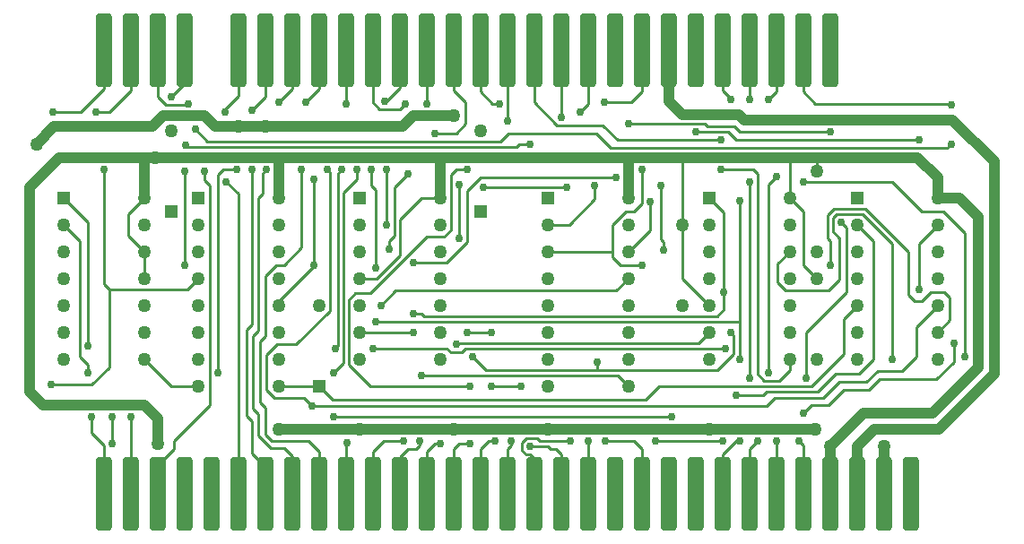
<source format=gtl>
G04*
G04  File:            NEMOBUSTODIVIDE-V1.1.2.GTL, Wed Sep 17 23:25:12 2025*
G04  Source:          P-CAD 2006 PCB, Version 19.02.958, (D:\PCAD-2006\Projects\Pentagon-4096\Hardware\NemoBusToDivIDE-v1.1.2.PCB)*
G04  Format:          Gerber Format (RS-274-D), ASCII*
G04*
G04  Format Options:  Absolute Positioning*
G04                   Leading-Zero Suppression*
G04                   Scale Factor 1:1*
G04                   NO Circular Interpolation*
G04                   Inch Units*
G04                   Numeric Format: 4.4 (XXXX.XXXX)*
G04                   G54 NOT Used for Aperture Change*
G04                   Apertures Embedded*
G04*
G04  File Options:    Offset = (0.0mil,0.0mil)*
G04                   Drill Symbol Size = 80.0mil*
G04                   No Pad/Via Holes*
G04*
G04  File Contents:   Pads*
G04                   Vias*
G04                   No Designators*
G04                   No Types*
G04                   No Values*
G04                   No Drill Symbols*
G04                   Top*
G04*
%INNEMOBUSTODIVIDE-V1.1.2.GTL*%
%ICAS*%
%MOIN*%
G04*
G04  Aperture MACROs for general use --- invoked via D-code assignment *
G04*
G04  General MACRO for flashed round with rotation and/or offset hole *
%AMROTOFFROUND*
1,1,$1,0.0000,0.0000*
1,0,$2,$3,$4*%
G04*
G04  General MACRO for flashed oval (obround) with rotation and/or offset hole *
%AMROTOFFOVAL*
21,1,$1,$2,0.0000,0.0000,$3*
1,1,$4,$5,$6*
1,1,$4,0-$5,0-$6*
1,0,$7,$8,$9*%
G04*
G04  General MACRO for flashed oval (obround) with rotation and no hole *
%AMROTOVALNOHOLE*
21,1,$1,$2,0.0000,0.0000,$3*
1,1,$4,$5,$6*
1,1,$4,0-$5,0-$6*%
G04*
G04  General MACRO for flashed rectangle with rotation and/or offset hole *
%AMROTOFFRECT*
21,1,$1,$2,0.0000,0.0000,$3*
1,0,$4,$5,$6*%
G04*
G04  General MACRO for flashed rectangle with rotation and no hole *
%AMROTRECTNOHOLE*
21,1,$1,$2,0.0000,0.0000,$3*%
G04*
G04  General MACRO for flashed rounded-rectangle *
%AMROUNDRECT*
21,1,$1,$2-$4,0.0000,0.0000,$3*
21,1,$1-$4,$2,0.0000,0.0000,$3*
1,1,$4,$5,$6*
1,1,$4,$7,$8*
1,1,$4,0-$5,0-$6*
1,1,$4,0-$7,0-$8*
1,0,$9,$10,$11*%
G04*
G04  General MACRO for flashed rounded-rectangle with rotation and no hole *
%AMROUNDRECTNOHOLE*
21,1,$1,$2-$4,0.0000,0.0000,$3*
21,1,$1-$4,$2,0.0000,0.0000,$3*
1,1,$4,$5,$6*
1,1,$4,$7,$8*
1,1,$4,0-$5,0-$6*
1,1,$4,0-$7,0-$8*%
G04*
G04  General MACRO for flashed regular polygon *
%AMREGPOLY*
5,1,$1,0.0000,0.0000,$2,$3+$4*
1,0,$5,$6,$7*%
G04*
G04  General MACRO for flashed regular polygon with no hole *
%AMREGPOLYNOHOLE*
5,1,$1,0.0000,0.0000,$2,$3+$4*%
G04*
G04  General MACRO for target *
%AMTARGET*
6,0,0,$1,$2,$3,4,$4,$5,$6*%
G04*
G04  General MACRO for mounting hole *
%AMMTHOLE*
1,1,$1,0,0*
1,0,$2,0,0*
$1=$1-$2*
$1=$1/2*
21,1,$2+$1,$3,0,0,$4*
21,1,$3,$2+$1,0,0,$4*%
G04*
G04*
G04  D10 : "Ellipse X10.0mil Y10.0mil H0.0mil 0.0deg (0.0mil,0.0mil) Draw"*
G04  Disc: OuterDia=0.0100*
%ADD10C, 0.0100*%
G04  D11 : "Ellipse X30.7mil Y30.7mil H0.0mil 0.0deg (0.0mil,0.0mil) Draw"*
G04  Disc: OuterDia=0.0307*
%ADD11C, 0.0307*%
G04  D12 : "Ellipse X40.0mil Y40.0mil H0.0mil 0.0deg (0.0mil,0.0mil) Draw"*
G04  Disc: OuterDia=0.0400*
%ADD12C, 0.0400*%
G04  D13 : "Ellipse X5.0mil Y5.0mil H0.0mil 0.0deg (0.0mil,0.0mil) Draw"*
G04  Disc: OuterDia=0.0050*
%ADD13C, 0.0050*%
G04  D14 : "Ellipse X6.0mil Y6.0mil H0.0mil 0.0deg (0.0mil,0.0mil) Draw"*
G04  Disc: OuterDia=0.0060*
%ADD14C, 0.0060*%
G04  D15 : "Ellipse X7.0mil Y7.0mil H0.0mil 0.0deg (0.0mil,0.0mil) Draw"*
G04  Disc: OuterDia=0.0070*
%ADD15C, 0.0070*%
G04  D16 : "Ellipse X9.8mil Y9.8mil H0.0mil 0.0deg (0.0mil,0.0mil) Draw"*
G04  Disc: OuterDia=0.0098*
%ADD16C, 0.0098*%
G04  D17 : "Ellipse X133.0mil Y133.0mil H0.0mil 0.0deg (0.0mil,0.0mil) Flash"*
G04  Disc: OuterDia=0.1330*
%ADD17C, 0.1330*%
G04  D18 : "Ellipse X50.0mil Y50.0mil H0.0mil 0.0deg (0.0mil,0.0mil) Flash"*
G04  Disc: OuterDia=0.0500*
%ADD18C, 0.0500*%
G04  D19 : "Ellipse X65.0mil Y65.0mil H0.0mil 0.0deg (0.0mil,0.0mil) Flash"*
G04  Disc: OuterDia=0.0650*
%ADD19C, 0.0650*%
G04  D20 : "Mounting Hole X118.0mil Y118.0mil H0.0mil 0.0deg (0.0mil,0.0mil) Flash"*
G04  Mounting Hole: Diameter=0.1180, Rotation=0.0, LineWidth=0.0050 *
%ADD20MTHOLE, 0.1180 X0.0980 X0.0050 X0.0*%
G04  D21 : "Rounded Rectangle X61.5mil Y275.6mil H0.0mil 0.0deg (0.0mil,0.0mil) Flash"*
G04  RoundRct: DimX=0.0615, DimY=0.2756, CornerRad=0.0154, Rotation=0.0, OffsetX=0.0000, OffsetY=0.0000, HoleDia=0.0000 *
%ADD21ROUNDRECTNOHOLE, 0.0615 X0.2756 X0.0 X0.0308 X-0.0154 X-0.1224 X-0.0154 X0.1224*%
G04  D22 : "Rounded Rectangle X76.5mil Y290.6mil H0.0mil 0.0deg (0.0mil,0.0mil) Flash"*
G04  RoundRct: DimX=0.0765, DimY=0.2906, CornerRad=0.0191, Rotation=0.0, OffsetX=0.0000, OffsetY=0.0000, HoleDia=0.0000 *
%ADD22ROUNDRECTNOHOLE, 0.0765 X0.2906 X0.0 X0.0382 X-0.0191 X-0.1262 X-0.0191 X0.1262*%
G04  D23 : "Rectangle X50.0mil Y50.0mil H0.0mil 0.0deg (0.0mil,0.0mil) Flash"*
G04  Square: Side=0.0500, Rotation=0.0, OffsetX=0.0000, OffsetY=0.0000, HoleDia=0.0000*
%ADD23R, 0.0500 X0.0500*%
G04  D24 : "Rectangle X65.0mil Y65.0mil H0.0mil 0.0deg (0.0mil,0.0mil) Flash"*
G04  Square: Side=0.0650, Rotation=0.0, OffsetX=0.0000, OffsetY=0.0000, HoleDia=0.0000*
%ADD24R, 0.0650 X0.0650*%
G04  D25 : "Ellipse X30.0mil Y30.0mil H0.0mil 0.0deg (0.0mil,0.0mil) Flash"*
G04  Disc: OuterDia=0.0300*
%ADD25C, 0.0300*%
G04  D26 : "Ellipse X45.0mil Y45.0mil H0.0mil 0.0deg (0.0mil,0.0mil) Flash"*
G04  Disc: OuterDia=0.0450*
%ADD26C, 0.0450*%
G04*
%FSLAX44Y44*%
%SFA1B1*%
%OFA0.0000B0.0000*%
G04*
G70*
G90*
G01*
D2*
%LNTop*%
D12*
X50150Y52150*
X49500Y51500D1*
D2*
D10*
X52300Y41350*
Y40350D1*
X51550Y40750D2*
Y41350D1*
Y40750D2*
X52000Y40300D1*
X51100Y43600D2*
X51400Y43300D1*
Y43000*
X52200Y43200D2*
X51550Y42550D1*
X53500Y47500D2*
Y46500D1*
X52200Y46100D2*
X52000Y46300D1*
X52900Y48900D2*
Y48100D1*
X53500Y49500D2*
X52900Y48900D1*
X51150Y52700D2*
X52000Y53550D1*
X51700Y52700D2*
X52200D1*
X53000Y53500*
X55950Y41800D2*
X54600Y40450D1*
Y40150*
X54500Y42500D2*
X55500D1*
X55100Y46100D2*
X55500Y46500D1*
X55750Y50150D2*
X55950Y49950D1*
X55750Y50500D2*
Y50150D1*
X56450Y50550D2*
X56250Y50350D1*
X55850Y51600D2*
X55400Y52050D1*
X55100Y51400D2*
X55050Y51450D1*
X55100Y52950D2*
X55150Y53000D1*
X55100Y52950D2*
X54300D1*
X55000Y53750D2*
X54500Y53250D1*
D2*
D12*
X55750Y52550*
X56150Y52150D1*
X54200Y52550D2*
X55750D1*
D2*
D10*
X56500Y52700*
Y52800D1*
X57300Y41400D2*
X57500Y41200D1*
X57750Y41450D2*
Y40650D1*
X57550Y41650D2*
X57750Y41450D1*
X58000Y41700D2*
Y40700D1*
X57800Y41900D2*
X58000Y41700D1*
X57500Y41200D2*
Y40000D1*
X58000Y39500*
Y40700D2*
X58250Y40450D1*
X59600*
X58700Y40200D2*
X59000Y39900D1*
X57750Y40650D2*
X58200Y40200D1*
X58700*
X58450Y44050D2*
X59150D1*
X58050Y43650D2*
X58450Y44050D1*
X58050Y42350D2*
Y43650D1*
X58350Y42050D2*
X58050Y42350D1*
X57500Y44800D2*
X57300Y44600D1*
X57750Y44550D2*
X57550Y44350D1*
X58000D2*
X57800Y44150D1*
X59450Y42050D2*
X58350D1*
X58400Y47000D2*
X58000Y46600D1*
X58700Y47000D2*
X58400D1*
X59350Y47650D2*
X58700Y47000D1*
X58500Y45650D2*
Y45500D1*
X59800Y46950D2*
X58500Y45650D1*
X59800Y46950D2*
Y47000D1*
X57900Y49650D2*
X57750Y49500D1*
X58050Y50550D2*
X57900Y50400D1*
Y49650*
X59000Y53550D2*
X58500Y53050D1*
X58000Y53250D2*
X57500Y52750D1*
X61000Y40300D2*
X61050Y40400D1*
X62400Y40450D2*
X62000Y40050D1*
X60700Y44000D2*
X60600Y43900D1*
X61100Y43300D2*
X61900Y42500D1*
X60550Y43000D2*
X60900Y43350D1*
X62150Y46500D2*
X61500D1*
X62600Y47900D2*
Y47600D1*
X61350Y45950D2*
X61100Y45700D1*
X61900Y45950D2*
X61350D1*
X62300Y45500D2*
X62850Y46050D1*
X61400Y50200D2*
Y50550D1*
X60900Y49700D2*
X61400Y50200D1*
X62800Y49900D2*
Y48100D1*
X62500Y48500D2*
Y50550D1*
X61950D2*
Y49950D1*
X60400Y50450D2*
X60300Y50550D1*
X60850D2*
X60700Y50400D1*
X61950Y49950D2*
X62100Y49800D1*
X62250Y52800D2*
X62000Y53050D1*
X62500Y53100D2*
X62450D1*
X63750Y40300D2*
Y40450D1*
X63600Y40150D2*
X63300D1*
X63750Y40300D2*
X63600Y40150D1*
X64500Y40350D2*
X64300D1*
X64000Y40050*
X65600Y40350D2*
X65200D1*
X65000Y40150*
X65200Y44100D2*
X65100Y44050D1*
X64900Y43750D2*
X64750Y43900D1*
X65300Y43750D2*
X64900D1*
X65450Y43900D2*
X65300Y43750D1*
X64750Y47100D2*
X63500D1*
X65500Y47850D2*
X64750Y47100D1*
X63800Y45200D2*
X63500D1*
X63900Y45100D2*
X63800Y45200D1*
X64500Y49500D2*
X63800D1*
X64650Y48050D2*
X64000D1*
X64900Y48300D2*
X64650Y48050D1*
X64900Y50350D2*
Y48300D1*
X65100Y50550D2*
X64900Y50350D1*
X65500Y50550D2*
X65100D1*
D2*
D12*
X64800Y52550*
X65000D1*
D2*
D10*
X65450Y53050*
X65000Y53500D1*
X65450Y52250D2*
Y53050D1*
X65100Y51900D2*
X65450Y52250D1*
D2*
D12*
X63500Y52550*
X64800D1*
D2*
D10*
X64300Y51900*
X65100D1*
X63200Y53000D2*
X63100Y52900D1*
X66550Y40450D2*
X66300D1*
X67150D2*
Y40300D1*
X67000Y40150*
X68200Y40450D2*
X68100Y40550D1*
X67850Y40250D2*
X68500D1*
X68600Y40150*
X68800*
X67700Y40550D2*
X67550Y40400D1*
Y40100*
X67700Y39950*
X68100Y40550D2*
X67700D1*
Y39950D2*
X67850D1*
X68000Y39800*
X67500Y42500D2*
X66400D1*
X67450Y51500D2*
X67350Y51400D1*
X67850Y51500D2*
X67450D1*
X66450Y53000D2*
X66700D1*
X67050Y51900D2*
X66750Y51600D1*
X68850Y52200D2*
X68000Y53050D1*
X70650Y40450D2*
X71700D1*
X70350Y43400D2*
Y43100D1*
X71100Y42900D2*
X71500Y42500D1*
X71050Y46050D2*
X71500Y46500D1*
X71200Y47000D2*
X70900Y47300D1*
Y47500*
X70250Y49450D2*
Y49950D1*
Y49450D2*
X69300Y48500D1*
X70900D2*
X71400Y49000D1*
X71700*
X70850Y51350D2*
X70300Y51900D1*
X71100Y51650D2*
X70550Y52200D1*
X70000Y53000D2*
X69700Y52700D1*
X70600Y53050D2*
X71600D1*
X74100Y44100D2*
X74500Y44500D1*
X73500Y46500D2*
X74500Y45500D1*
X72800Y47850D2*
Y47550D1*
X72300Y48300D2*
Y49350D1*
X74450Y52150D2*
X74350Y52250D1*
D2*
D12*
X73000Y53100*
X73500Y52600D1*
D2*
D10*
X75500Y40450*
X75650D1*
X76300D2*
X76000Y40150D1*
X75650Y43500D2*
Y44900D1*
X76550Y42700D2*
X76300Y42950D1*
X77100Y42700D2*
X76550D1*
X77500Y43100D2*
X77100Y42700D1*
X77500Y43500D2*
Y43100D1*
X76500Y42150D2*
X75500D1*
X76650Y42300D2*
X76500Y42150D1*
X75300Y44500D2*
X75400Y44400D1*
Y43700*
X77050Y47050D2*
X77500Y47500D1*
X77050Y46350D2*
Y47050D1*
X77350Y46050D2*
X77050Y46350D1*
X75050Y46000D2*
Y45350D1*
X77000Y50300D2*
X76700Y50000D1*
X76300Y50400D2*
X76150Y50550D1*
X76700Y53150D2*
X77000Y53450D1*
X75300Y53150D2*
Y53200D1*
X75500Y51650D2*
X75200Y51950D1*
X75450Y52150D2*
X75650Y51950D1*
D2*
D12*
X75600Y52600*
X75800Y52400D1*
D2*
D10*
X78950Y41800*
X78300D1*
D2*
D12*
X80250Y41500*
X79000Y40250D1*
X80650Y40900D2*
X80000Y40250D1*
D2*
D10*
X78100Y42800*
Y44500D1*
X78300Y42500D2*
X79500Y43700D1*
X79225Y42975D2*
X78550Y42300D1*
X80075Y42975D2*
X79225D1*
X80600Y43500D2*
X80075Y42975D1*
X78750Y42050D2*
X79350Y42650D1*
X80350*
X80775Y43075*
X80450Y42350D2*
X79500D1*
X80850Y42750D2*
X80450Y42350D1*
X79350Y46450D2*
X78950Y46050D1*
X79000Y47000D2*
Y47900D1*
X79150Y49100D2*
X80300D1*
X78900Y48850D2*
X79150Y49100D1*
X79250Y48900D2*
X79100Y48750D1*
X80200Y48900D2*
X79250D1*
X79600Y48400D2*
X79400Y48600D1*
X79100Y48750D2*
Y48250D1*
X83600Y44100D2*
Y43400D1*
X82200Y43600D2*
Y44700D1*
X81675Y43075D2*
X82200Y43600D1*
X83600Y43400D2*
X82950Y42750D1*
X83000Y46500D2*
X82950Y46450D1*
X82300Y47800D2*
Y46100D1*
X82750Y46000D2*
X83250D1*
X82400Y45650D2*
X82750Y46000D1*
X83250D2*
X83450Y45800D1*
X81900Y45900D2*
X82150Y45650D1*
X81900Y47500D2*
Y45900D1*
X82150Y45650D2*
X82400D1*
X81300Y50100D2*
X82400Y49000D1*
X83200*
D2*
D12*
X83000Y49500*
Y50250D1*
D2*
D10*
X83350Y51350*
X83500Y51500D1*
X83450Y53000D2*
X83500Y52950D1*
D2*
D12*
X49750Y41800*
X49250Y42300D1*
Y49900D2*
X50350Y51000D1*
D2*
D10*
X52900Y48100*
X53500Y47500D1*
X51100Y47900D2*
Y43600D1*
X51400Y48600D2*
Y44000D1*
X52200Y46100D2*
Y43200D1*
X52000Y38500D2*
Y40300D1*
X53000Y38500D2*
Y41350D1*
X52000Y53550D2*
Y55000D1*
X53000D2*
Y53500D1*
X55000Y53750D2*
Y55000D1*
X57300Y44600D2*
Y41400D1*
X57550Y44350D2*
Y41650D1*
X57800Y44150D2*
Y41900D1*
X58000Y46600D2*
Y44350D1*
Y39500D2*
Y38500D1*
X59000Y39900D2*
Y38500D1*
X59750Y41750D2*
X59450Y42050D1*
X58000Y55000D2*
Y53250D1*
X59000Y55000D2*
Y53550D1*
X62800Y48100D2*
X62600Y47900D1*
X61100Y45700D2*
Y43300D1*
X61000Y38500D2*
Y40300D1*
X62000Y38500D2*
Y40050D1*
X61000Y55000D2*
Y53000D1*
X62000Y55000D2*
Y53050D1*
X64000Y38500D2*
Y40050D1*
X65000Y38500D2*
Y40150D1*
X64000Y55000D2*
Y53000D1*
X65000Y55000D2*
Y53500D1*
X68000Y39800D2*
Y38500D1*
X67000D2*
Y40150D1*
Y55000D2*
Y52350D1*
X68000Y55000D2*
Y53050D1*
X70900Y48500D2*
Y47500D1*
X70000Y38500D2*
Y40450D1*
Y55000D2*
Y53000D1*
X72700Y47950D2*
X72800Y47850D1*
X72150Y42000D2*
X72650Y42500D1*
X73500Y48500D2*
Y46500D1*
D2*
D12*
X73000Y55000*
Y53100D1*
D2*
D10*
X76650Y41750*
X76950Y42050D1*
X75050Y46000D2*
Y48950D1*
X75650Y49400D2*
Y44900D1*
X76000Y40150D2*
Y38500D1*
X77000D2*
Y40450D1*
X76000Y55000D2*
Y53150D1*
X77000Y55000D2*
Y53450D1*
D2*
D12*
X79000Y40250*
Y38500D1*
D2*
D10*
X79500Y45000*
X80000Y45500D1*
X80600Y47900D2*
Y43500D1*
X80000Y48500D2*
X80600Y47900D1*
X78100Y44500D2*
X79600Y46000D1*
Y48400*
X79100Y48250D2*
X79350Y48000D1*
Y46450*
X79000Y47900D2*
X78900Y48000D1*
Y48850*
X79500Y43700D2*
Y45000D1*
Y42350D2*
X78950Y41800D1*
D2*
D12*
X80000Y40250*
Y38500D1*
D2*
D10*
X78500Y51000*
Y50500D1*
X82200Y44700D2*
X83000Y45500D1*
X83450Y44950D2*
X83000Y44500D1*
X81300Y43500D2*
Y47800D1*
X83000Y48500D2*
X82300Y47800D1*
X83450Y45800D2*
Y44950D1*
D2*
D12*
X83000Y50250*
X82250Y51000D1*
X84500Y48800D2*
Y43200D1*
X49250Y42300D2*
Y49900D1*
X53500Y49500D2*
Y51000D1*
D2*
D10*
X52000Y46300*
Y50550D1*
X55950Y49950D2*
Y41800D1*
X56250Y50350D2*
Y43000D1*
X55000Y50500D2*
Y47000D1*
D2*
D12*
X58500Y51000*
Y49500D1*
D2*
D10*
X57500Y50550*
Y44800D1*
X57750Y49500D2*
Y44550D1*
X59350Y50550D2*
Y47650D1*
X59800Y47000D2*
Y50200D1*
X60900Y43350D2*
Y49700D1*
X60400Y45300D2*
Y50450D1*
X60700Y50400D2*
Y44000D1*
X62100Y49800D2*
Y46900D1*
D2*
D12*
X64500Y49500*
Y51000D1*
D2*
D10*
X65500Y49750*
Y47850D1*
X65200Y48000D2*
Y50000D1*
D2*
D12*
X71500Y51000*
Y49500D1*
D2*
D10*
X72700Y49950*
Y47950D1*
X73500Y48500D2*
Y51000D1*
X77500Y49500D2*
Y51000D1*
X76700Y50000D2*
Y43000D1*
X76300Y42950D2*
Y50400D1*
X76000Y50100D2*
Y42800D1*
D2*
D12*
X85100Y50850*
Y42950D1*
D2*
D10*
X54600Y40150*
X54000Y39550D1*
X59600Y40450D2*
X60000Y40050D1*
D2*
D12*
X54000Y40350*
Y41300D1*
D2*
D10*
X53500Y43500*
X54500Y42500D1*
X60000D2*
X58500D1*
X51550Y42550D2*
X50050D1*
X52200Y46100D2*
X55100D1*
X50500Y49500D2*
X51400Y48600D1*
X56950Y50550D2*
X56450D1*
X56550Y50100D2*
X57000Y49650D1*
X54300Y52950D2*
X54000Y53250D1*
X59500Y53050D2*
X60000Y53550D1*
D2*
D12*
X53800Y52150*
X54200Y52550D1*
X56150Y52150D2*
X57000D1*
D2*
D10*
X56500Y52800*
X57000Y53300D1*
D2*
D12*
X58000Y52150*
X57000D1*
X50150D2*
X53800D1*
D2*
D10*
X50100Y52700*
X51150D1*
X63150Y40450D2*
X62400D1*
X63300Y40150D2*
X63000Y39850D1*
D2*
D12*
X65000Y40900*
X68500D1*
D2*
D10*
X66300Y40450*
X66000Y40150D1*
X69350Y40450D2*
X68200D1*
X68800Y40150D2*
X69000Y39950D1*
X71700Y40450D2*
X72000Y40150D1*
X66200Y43100D2*
X70350D1*
X65700Y43600D2*
X66200Y43100D1*
X61900Y42500D2*
X65600D1*
X63800Y42900D2*
X71100D1*
X66400Y44500D2*
X65500D1*
X64750Y43900D2*
X62000D1*
X63000Y47350D2*
X62150Y46500D1*
X70900Y47500D2*
X68500D1*
X62850Y46050D2*
X71050D1*
X71200Y47000D2*
X72000D1*
X63800Y49500D2*
X63000Y48700D1*
X69300Y48500D2*
X68500D1*
X66000Y50250D2*
X65500Y49750D1*
X71050Y50250D2*
X66000D1*
X63300Y50400D2*
X62800Y49900D1*
X72000Y49300D2*
Y50550D1*
X71700Y49000D2*
X72000Y49300D1*
X66100Y49900D2*
X69200D1*
X66450Y53000D2*
X66000Y53450D1*
X70300Y51900D2*
X67050D1*
X70550Y52200D2*
X68850D1*
X71600Y53050D2*
X72000Y53450D1*
D2*
D12*
X63100Y52150*
X63500Y52550D1*
D2*
D10*
X63100Y52900*
X63000Y52800D1*
X62250*
X62500Y53100D2*
X63000Y53600D1*
X78300Y41800D2*
X78000Y41500D1*
D2*
D12*
X74500Y40900*
X78450D1*
D2*
D10*
X75500Y40450*
X75000Y39950D1*
X78000Y40300D2*
X77850Y40450D1*
D2*
D12*
X82800Y41500*
X80250D1*
X83050Y40900D2*
X80650D1*
X81000Y40250D2*
Y39724D1*
D2*
D10*
X75400Y43700*
X74800Y43100D1*
X80775Y43075D2*
X81675D1*
X82950Y42750D2*
X80850D1*
X78550Y42300D2*
X76650D1*
X76950Y42050D2*
X78750D1*
X84000Y43700D2*
Y43600D1*
X78000Y47000D2*
X78500Y46500D1*
X75050Y45350D2*
X74800Y45100D1*
X78950Y46050D2*
X77350D1*
X77500Y49500D2*
X78000Y49000D1*
Y50100D2*
X81300D1*
X75050Y48950D2*
X74500Y49500D1*
X76150Y50550D2*
X74950D1*
X83200Y49000D2*
X84000Y48200D1*
D2*
D12*
X83800Y49500*
X84500Y48800D1*
X83000Y49500D2*
X83800D1*
D2*
D10*
X75300Y53200*
X75000Y53500D1*
X78450Y53000D2*
X78000Y53450D1*
X75200Y51950D2*
X74000D1*
X82300Y51650D2*
X75500D1*
X75650Y51950D2*
X79000D1*
X75450Y52150D2*
X74450D1*
X83450Y53000D2*
X78450D1*
D2*
D12*
X75800Y52400*
X83550D1*
D2*
D10*
X59150Y44050*
X60400Y45300D1*
X50500Y48500D2*
X51100Y47900D1*
X60000Y42500D2*
X60500Y42000D1*
X54000Y39550D2*
Y38500D1*
D2*
D12*
X53500Y41800*
X49750D1*
X54000Y41300D2*
X53500Y41800D1*
D2*
D10*
X60000Y38500*
Y40050D1*
D2*
D12*
X53900Y51000*
X53500D1*
X53950D2*
X58500D1*
X53900D2*
X53950D1*
X50350D2*
X53500D1*
D2*
D10*
X54000Y55000*
Y53250D1*
X57000Y55000D2*
Y53300D1*
X60000Y55000D2*
Y53550D1*
X63000Y48700D2*
Y47350D1*
X71500Y47500D2*
X72300Y48300D1*
X64000Y48050D2*
X61900Y45950D1*
X63000Y39850D2*
Y38500D1*
X69000Y39950D2*
Y38500D1*
X66000D2*
Y40150D1*
X72000Y38500D2*
Y40150D1*
D2*
D12*
X71500Y51000*
X64500D1*
D2*
D10*
X63000Y55000*
Y53600D1*
X66000Y55000D2*
Y53450D1*
X69000Y55000D2*
Y52500D1*
X72000Y55000D2*
Y53450D1*
X78000Y49000D2*
Y47000D1*
X80300Y49100D2*
X81900Y47500D1*
X81300Y47800D2*
X80200Y48900D1*
X84000Y48200D2*
Y43700D1*
D2*
D12*
X84500Y43200*
X82800Y41500D1*
X85100Y42950D2*
X83050Y40900D1*
D2*
D10*
X75000Y38500*
Y39950D1*
X78000Y38500D2*
Y40300D1*
D2*
D12*
X81000Y39724*
Y38500D1*
X77500Y51000D2*
X78500D1*
X82250D2*
X78500D1*
X83550Y52400D2*
X85100Y50850D1*
D2*
D10*
X75000Y55000*
Y53500D1*
X78000Y55000D2*
Y53450D1*
X57000Y49650D2*
Y38500D1*
X59750Y41750D2*
X76650D1*
X60550Y41350D2*
X73100D1*
D2*
D12*
X58500Y40900*
X61500D1*
X65000*
X68500D2*
X74500D1*
D2*
D10*
X72500Y40450*
X75000D1*
X63500Y44500D2*
X61500D1*
X62100Y44900D2*
X75650D1*
X65450Y43900D2*
X75100D1*
X74800Y43100D2*
X70350D1*
X72650Y42500D2*
X78300D1*
X65200Y44100D2*
X74100D1*
X74800Y45100D2*
X63900D1*
X66750Y51600D2*
X55850D1*
X74950Y51650D2*
X71100D1*
X74350Y52250D2*
X71500D1*
D2*
D12*
X63100Y52150*
X58000D1*
D2*
D10*
X70850Y51350*
X83350D1*
D2*
D12*
X73500Y52600*
X75600D1*
D2*
D10*
X60500Y42000*
X72150D1*
D2*
D12*
X73500Y51000*
X77500D1*
X58500D2*
X64500D1*
X71500D2*
X73500D1*
D2*
D10*
X67350Y51400*
X55100D1*
D2*
D25*
X50050Y42550D3*
D18*
X49500Y51500D3*
D25*
X50100Y52700D3*
X52300Y41350D3*
X53000D3*
X52300Y40350D3*
X51550Y41350D3*
X51400Y44000D3*
Y43000D3*
X52000Y50550D3*
X51700Y52700D3*
X56250Y43000D3*
X55000Y47000D3*
X55750Y50500D3*
X55000D3*
X56550Y50100D3*
X55400Y52050D3*
X55050Y51450D3*
X55150Y53000D3*
X54500Y53250D3*
X56500Y52700D3*
X59750Y41750D3*
D18*
X58500Y40900D3*
D25*
X57500Y50550D3*
X58050D3*
X59350D3*
X58500Y53050D3*
X59500D3*
D18*
X58000Y52150D3*
D25*
X57500Y52750D3*
X60550Y41350D3*
D18*
X61500Y40900D3*
D25*
X61050Y40400D3*
X62000Y43900D3*
X60550Y43000D3*
X60600Y43900D3*
X62600Y47600D3*
X62100Y46900D3*
X62300Y45500D3*
X61400Y50550D3*
X62500Y48500D3*
Y50550D3*
X60300D3*
X60850D3*
X61950D3*
X61000Y53000D3*
X62450Y53100D3*
D18*
X65000Y40900D3*
D25*
X63750Y40450D3*
X64500Y40350D3*
X65600D3*
X63500Y44500D3*
X65700Y43600D3*
X65600Y42500D3*
X63800Y42900D3*
X65100Y44050D3*
X65500Y44500D3*
X63500Y47100D3*
X63300Y50400D3*
X65500Y50550D3*
X65200Y50000D3*
D18*
X65000Y52550D3*
D25*
X64300Y51900D3*
X64000Y53000D3*
D18*
X68500Y40900D3*
D25*
X66550Y40450D3*
X67150D3*
X67850Y40250D3*
X66400Y44500D3*
X67500Y42500D3*
X66400D3*
X67850Y51500D3*
X66700Y53000D3*
X67000Y52350D3*
X69350Y40450D3*
X70000D3*
X70650D3*
X70350Y43400D3*
X71050Y50250D3*
X70250Y49950D3*
X71500Y52250D3*
X69700Y52700D3*
X70600Y53050D3*
X73100Y41350D3*
D18*
X74500Y40900D3*
D25*
X72500Y40450D3*
X72800Y47550D3*
X72700Y49950D3*
X72300Y49350D3*
X74000Y51950D3*
X75650Y40450D3*
X76300D3*
X77000D3*
X75650Y43500D3*
X76700Y43000D3*
X75300Y44500D3*
X76000Y42800D3*
X77000Y50300D3*
X76000Y50100D3*
X75650Y49400D3*
X76000Y53150D3*
X75300D3*
X76700D3*
D18*
X79000Y40250D3*
X78450Y40900D3*
D25*
X79000Y47000D3*
X79400Y48600D3*
X79000Y51950D3*
X81300Y43500D3*
X83600Y44100D3*
X82300Y46100D3*
X83500Y51500D3*
X82300Y51650D3*
X83500Y52950D3*
D20*
D25*
X62100Y44900D3*
X63500Y45200D3*
X65200Y48000D3*
D18*
X73500Y45500D3*
Y48500D3*
D25*
X75500Y42150D3*
D18*
X78500Y43500D3*
Y46500D3*
Y47500D3*
Y50500D3*
X54000Y40350D3*
X58500Y42500D3*
X55500D3*
D25*
X59800Y47000D3*
X56950Y50550D3*
X59800Y50200D3*
D18*
X57000Y52150D3*
D25*
X63150Y40450D3*
X72000Y47000D3*
Y50550D3*
X69200Y49900D3*
X66100D3*
X69000Y52500D3*
X63200Y53000D3*
D18*
X81000Y40250D3*
D25*
X78000Y41500D3*
X75000Y40450D3*
X77850D3*
X78100Y42800D3*
X75100Y43900D3*
X84000Y43600D3*
X75050Y46000D3*
X78000Y50100D3*
X74950Y50550D3*
Y51650D3*
D23*
X60000Y42500D3*
D18*
Y45500D3*
X53900Y51000D3*
X50500Y45500D3*
Y44500D3*
Y47500D3*
Y48500D3*
X53500Y44500D3*
Y45500D3*
Y48500D3*
Y47500D3*
X50500Y46500D3*
Y43500D3*
D23*
Y49500D3*
D18*
X53500Y43500D3*
Y46500D3*
Y49500D3*
X55500Y45500D3*
Y44500D3*
Y47500D3*
Y48500D3*
X58500Y44500D3*
Y45500D3*
Y48500D3*
Y47500D3*
X55500Y46500D3*
Y43500D3*
D23*
Y49500D3*
D18*
X58500Y43500D3*
Y46500D3*
Y49500D3*
D23*
X54500Y49000D3*
D18*
Y52000D3*
X68500Y42500D3*
Y45500D3*
Y44500D3*
Y47500D3*
Y48500D3*
X71500Y42500D3*
Y44500D3*
Y45500D3*
Y48500D3*
Y47500D3*
X68500Y46500D3*
Y43500D3*
D23*
Y49500D3*
D18*
X71500Y43500D3*
Y46500D3*
Y49500D3*
D23*
X66000Y49000D3*
D18*
Y52000D3*
X74500Y45500D3*
Y44500D3*
Y47500D3*
Y48500D3*
X77500Y44500D3*
Y45500D3*
Y48500D3*
Y47500D3*
X74500Y46500D3*
Y43500D3*
D23*
Y49500D3*
D18*
X77500Y43500D3*
Y46500D3*
Y49500D3*
X80000Y45500D3*
Y44500D3*
Y47500D3*
Y48500D3*
X83000Y44500D3*
Y45500D3*
Y48500D3*
Y47500D3*
X80000Y46500D3*
Y43500D3*
D23*
Y49500D3*
D18*
X83000Y43500D3*
Y46500D3*
Y49500D3*
X61500Y45500D3*
Y44500D3*
Y47500D3*
Y48500D3*
X64500Y44500D3*
Y45500D3*
Y48500D3*
Y47500D3*
X61500Y46500D3*
Y43500D3*
D23*
Y49500D3*
D18*
X64500Y43500D3*
Y46500D3*
Y49500D3*
D21*
X78000Y55000D3*
X79000D3*
X75000D3*
X76000D3*
X77000D3*
X72000D3*
X73000D3*
X74000D3*
X69000D3*
X70000D3*
X71000D3*
X66000D3*
X67000D3*
X68000D3*
X63000D3*
X64000D3*
X65000D3*
X60000D3*
X61000D3*
X62000D3*
X57000D3*
X58000D3*
X59000D3*
X54000D3*
X55000D3*
X52000D3*
X53000D3*
X52000Y38500D3*
X54000D3*
X55000D3*
X57000D3*
X58000D3*
X60000D3*
X61000D3*
X63000D3*
X64000D3*
X66000D3*
X67000D3*
X69000D3*
X70000D3*
X72000D3*
X73000D3*
X75000D3*
X76000D3*
X78000D3*
X79000D3*
X81000D3*
X82000D3*
X53000D3*
X56000D3*
X59000D3*
X62000D3*
X65000D3*
X68000D3*
X71000D3*
X74000D3*
X77000D3*
X80000D3*
D02M02*

</source>
